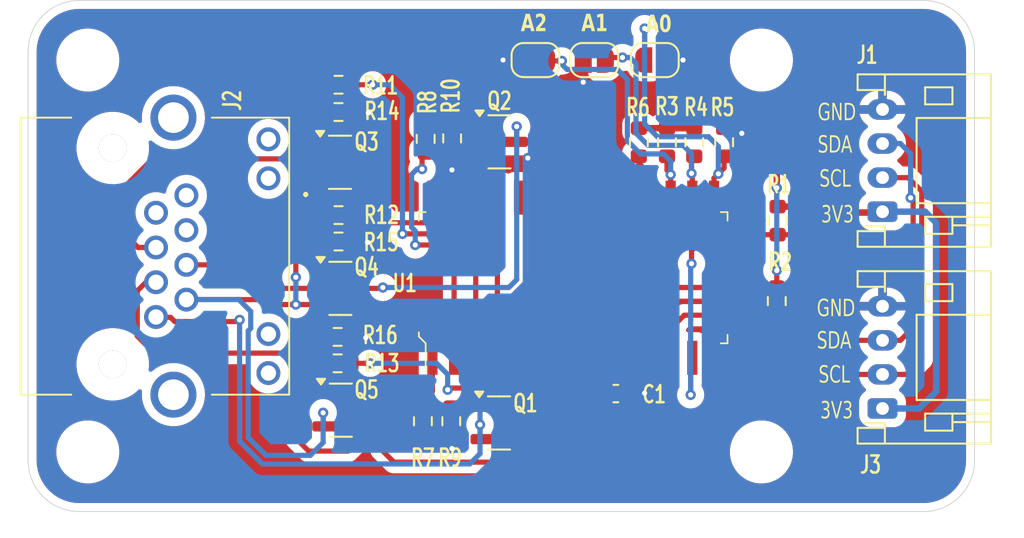
<source format=kicad_pcb>
(kicad_pcb (version 20240108) (generator "pcbnew") (generator_version "8.0")
  (layers (0 "F.Cu" signal) (31 "B.Cu" signal) (34 "B.Paste" user) (35 "F.Paste" user) (36 "B.SilkS" user "B.Silkscreen") (37 "F.SilkS" user "F.Silkscreen") (38 "B.Mask" user) (39 "F.Mask" user) (44 "Edge.Cuts" user))
  (net 0 "")
  (net 1 "GND")
  (net 2 "+3V3")
  (net 3 "/sck")
  (net 4 "/sda")
  (net 5 "/Pin5")
  (net 8 "/Pin7")
  (net 13 "/Pin8")
  (net 15 "/Pin6")
  (net 16 "/Pin4")
  (net 17 "Net-(JP1-B)")
  (net 18 "Net-(JP2-B)")
  (net 19 "Net-(JP3-B)")
  (net 20 "Net-(Q1-B)")
  (net 21 "Net-(Q2-B)")
  (net 22 "Net-(Q3-B)")
  (net 23 "Net-(Q4-B)")
  (net 24 "Net-(Q5-B)")
  (net 25 "Net-(U1-~{RESET})")
  (net 26 "/Up")
  (net 27 "/Down")
  (net 28 "/Auto")
  (net 29 "/In{slash}Out")
  (net 30 "/On{slash}Off")
  (footprint "Jumper:SolderJumper-2_P1.3mm_Open_RoundedPad1.0x1.5mm" (layer "F.Cu") (at 131.25 98 180)
    (property "Reference" "JP3" (hide yes))
    (property "Value" "Jumper_2_Open")
    (pad "1" smd custom (at -0.65 0 180) (size 1 0.5) (layers "F.Cu" "F.Mask") (net 1 "GND") (options (clearance outline) (anchor rect)) (primitives (gr_circle (center 0 0.25) (end 0.5 0.25) (width 0) (fill yes)) (gr_circle (center 0 -0.25) (end 0.5 -0.25) (width 0) (fill yes)) (gr_poly (pts (xy 0.5 0.75) (xy 0 0.75) (xy 0 -0.75) (xy 0.5 -0.75)) (width 0) (fill yes))))
    (pad "2" smd custom (at 0.65 0 180) (size 1 0.5) (layers "F.Cu" "F.Mask") (net 19 "Net-(JP3-B)") (options (clearance outline) (anchor rect)) (primitives (gr_circle (center 0 0.25) (end 0.5 0.25) (width 0) (fill yes)) (gr_circle (center 0 -0.25) (end 0.5 -0.25) (width 0) (fill yes)) (gr_poly (pts (xy 0 0.75) (xy -0.5 0.75) (xy -0.5 -0.75) (xy 0 -0.75)) (width 0) (fill yes))))
  )
  (footprint "Jumper:SolderJumper-2_P1.3mm_Open_RoundedPad1.0x1.5mm" (layer "F.Cu") (at 124.25 98)
    (property "Reference" "JP1" (hide yes))
    (property "Value" "Jumper_2_Open")
    (pad "1" smd custom (at -0.65 0) (size 1 0.5) (layers "F.Cu" "F.Mask") (net 1 "GND") (options (clearance outline) (anchor rect)) (primitives (gr_circle (center 0 0.25) (end 0.5 0.25) (width 0) (fill yes)) (gr_circle (center 0 -0.25) (end 0.5 -0.25) (width 0) (fill yes)) (gr_poly (pts (xy 0.5 0.75) (xy 0 0.75) (xy 0 -0.75) (xy 0.5 -0.75)) (width 0) (fill yes))))
    (pad "2" smd custom (at 0.65 0) (size 1 0.5) (layers "F.Cu" "F.Mask") (net 17 "Net-(JP1-B)") (options (clearance outline) (anchor rect)) (primitives (gr_circle (center 0 0.25) (end 0.5 0.25) (width 0) (fill yes)) (gr_circle (center 0 -0.25) (end 0.5 -0.25) (width 0) (fill yes)) (gr_poly (pts (xy 0 0.75) (xy -0.5 0.75) (xy -0.5 -0.75) (xy 0 -0.75)) (width 0) (fill yes))))
  )
  (footprint "Package_TO_SOT_SMD:SOT-23" (layer "F.Cu") (at 122.1125 119.3)
    (property "Reference" "Q1" (at 1.55 -1.15 0) (layer "F.SilkS") (effects (font (size 1 0.7))))
    (property "Value" "MMBT3904")
    (pad "1" smd roundrect (at -0.9375 -0.95) (size 1.475 0.6) (layers "F.Cu" "F.Paste" "F.Mask") (net 20 "Net-(Q1-B)"))
    (pad "2" smd roundrect (at -0.9375 0.95) (size 1.475 0.6) (layers "F.Cu" "F.Paste" "F.Mask") (net 13 "/Pin8"))
    (pad "3" smd roundrect (at 0.9375 0) (size 1.475 0.6) (layers "F.Cu" "F.Paste" "F.Mask") (net 15 "/Pin6"))
  )
  (footprint "Resistor_SMD:R_0603_1608Metric" (layer "F.Cu") (at 135.3125 102.825 90)
    (property "Reference" "R5" (at 2.05 -0.1 0) (layer "F.SilkS") (effects (font (size 1 0.7))))
    (property "Value" "10k")
    (pad "1" smd roundrect (at -0.825 0 90) (size 0.8 0.95) (layers "F.Cu" "F.Paste" "F.Mask") (net 19 "Net-(JP3-B)"))
    (pad "2" smd roundrect (at 0.825 0 90) (size 0.8 0.95) (layers "F.Cu" "F.Paste" "F.Mask") (net 1 "GND"))
  )
  (footprint "Resistor_SMD:R_0603_1608Metric" (layer "F.Cu") (at 112.7 99.45 180)
    (property "Reference" "R11" (at -2.475 -0.05 180) (layer "F.SilkS") (effects (font (size 1 0.7))))
    (property "Value" "1k")
    (pad "1" smd roundrect (at -0.825 0 180) (size 0.8 0.95) (layers "F.Cu" "F.Paste" "F.Mask") (net 28 "/Auto"))
    (pad "2" smd roundrect (at 0.825 0 180) (size 0.8 0.95) (layers "F.Cu" "F.Paste" "F.Mask") (net 22 "Net-(Q3-B)"))
  )
  (footprint "Jumper:SolderJumper-2_P1.3mm_Open_RoundedPad1.0x1.5mm" (layer "F.Cu") (at 127.7 98)
    (property "Reference" "JP2" (hide yes))
    (property "Value" "Jumper_2_Open")
    (pad "1" smd custom (at -0.65 0) (size 1 0.5) (layers "F.Cu" "F.Mask") (net 1 "GND") (options (clearance outline) (anchor rect)) (primitives (gr_circle (center 0 0.25) (end 0.5 0.25) (width 0) (fill yes)) (gr_circle (center 0 -0.25) (end 0.5 -0.25) (width 0) (fill yes)) (gr_poly (pts (xy 0.5 0.75) (xy 0 0.75) (xy 0 -0.75) (xy 0.5 -0.75)) (width 0) (fill yes))))
    (pad "2" smd custom (at 0.65 0) (size 1 0.5) (layers "F.Cu" "F.Mask") (net 18 "Net-(JP2-B)") (options (clearance outline) (anchor rect)) (primitives (gr_circle (center 0 0.25) (end 0.5 0.25) (width 0) (fill yes)) (gr_circle (center 0 -0.25) (end 0.5 -0.25) (width 0) (fill yes)) (gr_poly (pts (xy 0 0.75) (xy -0.5 0.75) (xy -0.5 -0.75) (xy 0 -0.75)) (width 0) (fill yes))))
  )
  (footprint "Package_TO_SOT_SMD:SOT-23" (layer "F.Cu") (at 122.1375 102.8)
    (property "Reference" "Q2" (at 0 -2.4 0) (layer "F.SilkS") (effects (font (size 1 0.7))))
    (property "Value" "MMBT3904")
    (pad "1" smd roundrect (at -0.9375 -0.95) (size 1.475 0.6) (layers "F.Cu" "F.Paste" "F.Mask") (net 21 "Net-(Q2-B)"))
    (pad "2" smd roundrect (at -0.9375 0.95) (size 1.475 0.6) (layers "F.Cu" "F.Paste" "F.Mask") (net 13 "/Pin8"))
    (pad "3" smd roundrect (at 0.9375 0) (size 1.475 0.6) (layers "F.Cu" "F.Paste" "F.Mask") (net 5 "/Pin5"))
  )
  (footprint "Connector_JST:JST_PH_S4B-PH-K_1x04_P2.00mm_Horizontal" (layer "F.Cu") (at 144.6 106.9 90)
    (property "Reference" "J1" (at 9.2 -0.9 180) (layer "F.SilkS") (effects (font (size 1 0.7))))
    (property "Value" "Conn_01x04")
    (pad "1" thru_hole roundrect (at 0 0 90) (size 1.2 1.75) (drill 0.75) (layers "*.Cu" "*.Mask") (roundrect_rratio 0.208333) (net 2 "+3V3"))
    (pad "2" thru_hole oval (at 2 0 90) (size 1.2 1.75) (drill 0.75) (layers "*.Cu" "*.Mask") (net 3 "/sck"))
    (pad "3" thru_hole oval (at 4 0 90) (size 1.2 1.75) (drill 0.75) (layers "*.Cu" "*.Mask") (net 4 "/sda"))
    (pad "4" thru_hole oval (at 6 0 90) (size 1.2 1.75) (drill 0.75) (layers "*.Cu" "*.Mask") (net 1 "GND"))
  )
  (footprint "Resistor_SMD:R_0603_1608Metric" (layer "F.Cu") (at 112.65 114.25 180)
    (property "Reference" "R16" (at -2.5 0.1 180) (layer "F.SilkS") (effects (font (size 1 0.7))))
    (property "Value" "10k")
    (pad "1" smd roundrect (at -0.825 0 180) (size 0.8 0.95) (layers "F.Cu" "F.Paste" "F.Mask") (net 1 "GND"))
    (pad "2" smd roundrect (at 0.825 0 180) (size 0.8 0.95) (layers "F.Cu" "F.Paste" "F.Mask") (net 24 "Net-(Q5-B)"))
  )
  (footprint "Package_TO_SOT_SMD:SOT-23" (layer "F.Cu") (at 112.8375 118.55)
    (property "Reference" "Q5" (at 1.5125 -1.2 0) (layer "F.SilkS") (effects (font (size 1 0.7))))
    (property "Value" "MMBT3904")
    (pad "1" smd roundrect (at -0.9375 -0.95) (size 1.475 0.6) (layers "F.Cu" "F.Paste" "F.Mask") (net 24 "Net-(Q5-B)"))
    (pad "2" smd roundrect (at -0.9375 0.95) (size 1.475 0.6) (layers "F.Cu" "F.Paste" "F.Mask") (net 8 "/Pin7"))
    (pad "3" smd roundrect (at 0.9375 0) (size 1.475 0.6) (layers "F.Cu" "F.Paste" "F.Mask") (net 15 "/Pin6"))
  )
  (footprint "MountingHole:MountingHole_3.2mm_M3" (layer "F.Cu") (at 137.5 121)
    (property "Reference" "H2" (hide yes))
    (property "Value" "MountingHole")
    (pad "" np_thru_hole circle (at 0 0) (size 3.2 3.2) (drill 3.2) (layers "*.Cu" "*.Mask"))
  )
  (footprint "MountingHole:MountingHole_3.2mm_M3" (layer "F.Cu") (at 137.5 98)
    (property "Reference" "H3" (hide yes))
    (property "Value" "MountingHole")
    (pad "" np_thru_hole circle (at 0 0) (size 3.2 3.2) (drill 3.2) (layers "*.Cu" "*.Mask"))
  )
  (footprint "Resistor_SMD:R_0603_1608Metric" (layer "F.Cu") (at 138.4 112.15 -90)
    (property "Reference" "R2" (at -2.3 -0.2 180) (layer "F.SilkS") (effects (font (size 1 0.7))))
    (property "Value" "10k")
    (pad "1" smd roundrect (at -0.825 0 270) (size 0.8 0.95) (layers "F.Cu" "F.Paste" "F.Mask") (net 2 "+3V3"))
    (pad "2" smd roundrect (at 0.825 0 270) (size 0.8 0.95) (layers "F.Cu" "F.Paste" "F.Mask") (net 3 "/sck"))
  )
  (footprint "Package_TO_SOT_SMD:SOT-23" (layer "F.Cu") (at 112.7875 104)
    (property "Reference" "Q3" (at 1.5625 -1.2 0) (layer "F.SilkS") (effects (font (size 1 0.7))))
    (property "Value" "MMBT3904")
    (pad "1" smd roundrect (at -0.9375 -0.95) (size 1.475 0.6) (layers "F.Cu" "F.Paste" "F.Mask") (net 22 "Net-(Q3-B)"))
    (pad "2" smd roundrect (at -0.9375 0.95) (size 1.475 0.6) (layers "F.Cu" "F.Paste" "F.Mask") (net 8 "/Pin7"))
    (pad "3" smd roundrect (at 0.9375 0) (size 1.475 0.6) (layers "F.Cu" "F.Paste" "F.Mask") (net 16 "/Pin4"))
  )
  (footprint "greencharge-footprints:RJ45B*1*1" (layer "F.Cu") (at 103.78 105.94 -90)
    (property "Reference" "J2" (at -5.57 -2.69 90) (layer "F.SilkS") (effects (font (size 1 0.7))))
    (property "Value" "RJ45_LED" (hide yes))
    (pad "1" thru_hole circle (at 0 0) (size 1.4 1.4) (drill 0.9) (layers "*.Cu" "*.Mask"))
    (pad "2" thru_hole circle (at 1.02 1.78) (size 1.4 1.4) (drill 0.9) (layers "*.Cu" "*.Mask"))
    (pad "3" thru_hole circle (at 2.04 0) (size 1.4 1.4) (drill 0.9) (layers "*.Cu" "*.Mask"))
    (pad "4" thru_hole circle (at 3.06 1.78) (size 1.4 1.4) (drill 0.9) (layers "*.Cu" "*.Mask") (net 16 "/Pin4"))
    (pad "5" thru_hole circle (at 4.08 0) (size 1.4 1.4) (drill 0.9) (layers "*.Cu" "*.Mask") (net 5 "/Pin5"))
    (pad "6" thru_hole circle (at 5.1 1.78) (size 1.4 1.4) (drill 0.9) (layers "*.Cu" "*.Mask") (net 15 "/Pin6"))
    (pad "7" thru_hole circle (at 6.12 0) (size 1.4 1.4) (drill 0.9) (layers "*.Cu" "*.Mask") (net 8 "/Pin7"))
    (pad "8" thru_hole circle (at 7.14 1.78) (size 1.4 1.4) (drill 0.9) (layers "*.Cu" "*.Mask") (net 13 "/Pin8"))
    (pad "9" thru_hole circle (at -3.29 -4.81) (size 1.4 1.4) (drill 0.9) (layers "*.Cu" "*.Mask"))
    (pad "10" thru_hole circle (at -1 -4.81) (size 1.4 1.4) (drill 0.9) (layers "*.Cu" "*.Mask"))
    (pad "11" thru_hole circle (at 8.14 -4.81) (size 1.4 1.4) (drill 0.9) (layers "*.Cu" "*.Mask"))
    (pad "12" thru_hole circle (at 10.43 -4.81) (size 1.4 1.4) (drill 0.9) (layers "*.Cu" "*.Mask"))
    (pad "MH3" thru_hole circle (at -2.78 4.32) (size 1.625 1.625) (drill 3.25) (layers "*.Cu" "*.Mask" "F.SilkS"))
    (pad "MH4" thru_hole circle (at 9.92 4.32) (size 1.625 1.625) (drill 3.25) (layers "*.Cu" "*.Mask" "F.SilkS"))
    (pad "SH" thru_hole circle (at -4.56 0.76) (size 2.7 2.7) (drill 1.8) (layers "*.Cu" "*.Mask"))
    (pad "SH" thru_hole circle (at 11.7 0.76) (size 2.7 2.7) (drill 1.8) (layers "*.Cu" "*.Mask"))
  )
  (footprint "Resistor_SMD:R_0603_1608Metric" (layer "F.Cu") (at 117.65 119.2 -90)
    (property "Reference" "R7" (at 2.149999 -0.000001 180) (layer "F.SilkS") (effects (font (size 1 0.7))))
    (property "Value" "1k")
    (pad "1" smd roundrect (at -0.825 0 270) (size 0.8 0.95) (layers "F.Cu" "F.Paste" "F.Mask") (net 26 "/Up"))
    (pad "2" smd roundrect (at 0.825 0 270) (size 0.8 0.95) (layers "F.Cu" "F.Paste" "F.Mask") (net 20 "Net-(Q1-B)"))
  )
  (footprint "Resistor_SMD:R_0603_1608Metric" (layer "F.Cu") (at 112.7 108.65 180)
    (property "Reference" "R15" (at -2.5 -0.05 180) (layer "F.SilkS") (effects (font (size 1 0.7))))
    (property "Value" "10k")
    (pad "1" smd roundrect (at -0.825 0 180) (size 0.8 0.95) (layers "F.Cu" "F.Paste" "F.Mask") (net 1 "GND"))
    (pad "2" smd roundrect (at 0.825 0 180) (size 0.8 0.95) (layers "F.Cu" "F.Paste" "F.Mask") (net 23 "Net-(Q4-B)"))
  )
  (footprint "Resistor_SMD:R_0603_1608Metric" (layer "F.Cu") (at 119.3625 102.6 90)
    (property "Reference" "R10" (at 2.5 -0.075 -90) (layer "F.SilkS") (effects (font (size 1 0.7))))
    (property "Value" "10k")
    (pad "1" smd roundrect (at -0.825 0 90) (size 0.8 0.95) (layers "F.Cu" "F.Paste" "F.Mask") (net 1 "GND"))
    (pad "2" smd roundrect (at 0.825 0 90) (size 0.8 0.95) (layers "F.Cu" "F.Paste" "F.Mask") (net 21 "Net-(Q2-B)"))
  )
  (footprint "Resistor_SMD:R_0603_1608Metric" (layer "F.Cu") (at 138.45 107.425 -90)
    (property "Reference" "R1" (at -2.125001 -0.075001 180) (layer "F.SilkS") (effects (font (size 1 0.7))))
    (property "Value" "10k")
    (pad "1" smd roundrect (at -0.825 0 270) (size 0.8 0.95) (layers "F.Cu" "F.Paste" "F.Mask") (net 2 "+3V3"))
    (pad "2" smd roundrect (at 0.825 0 270) (size 0.8 0.95) (layers "F.Cu" "F.Paste" "F.Mask") (net 4 "/sda"))
  )
  (footprint "Resistor_SMD:R_0603_1608Metric" (layer "F.Cu") (at 131.9625 102.825 -90)
    (property "Reference" "R3" (at -2.1 0 180) (layer "F.SilkS") (effects (font (size 1 0.7))))
    (property "Value" "10k")
    (pad "1" smd roundrect (at -0.825 0 270) (size 0.8 0.95) (layers "F.Cu" "F.Paste" "F.Mask") (net 2 "+3V3"))
    (pad "2" smd roundrect (at 0.825 0 270) (size 0.8 0.95) (layers "F.Cu" "F.Paste" "F.Mask") (net 17 "Net-(JP1-B)"))
  )
  (footprint "Resistor_SMD:R_0603_1608Metric" (layer "F.Cu") (at 112.65 115.8 180)
    (property "Reference" "R13" (at -2.6 0 180) (layer "F.SilkS") (effects (font (size 1 0.7))))
    (property "Value" "1k")
    (pad "1" smd roundrect (at -0.825 0 180) (size 0.8 0.95) (layers "F.Cu" "F.Paste" "F.Mask") (net 30 "/On{slash}Off"))
    (pad "2" smd roundrect (at 0.825 0 180) (size 0.8 0.95) (layers "F.Cu" "F.Paste" "F.Mask") (net 24 "Net-(Q5-B)"))
  )
  (footprint "MountingHole:MountingHole_3.2mm_M3" (layer "F.Cu") (at 98 121)
    (property "Reference" "H4" (hide yes))
    (property "Value" "MountingHole")
    (pad "" np_thru_hole circle (at 0 0) (size 3.2 3.2) (drill 3.2) (layers "*.Cu" "*.Mask"))
  )
  (footprint "Resistor_SMD:R_0603_1608Metric" (layer "F.Cu") (at 117.8125 102.625 90)
    (property "Reference" "R8" (at 2.15 0.1 -90) (layer "F.SilkS") (effects (font (size 1 0.7))))
    (property "Value" "1k")
    (pad "1" smd roundrect (at -0.825 0 90) (size 0.8 0.95) (layers "F.Cu" "F.Paste" "F.Mask") (net 27 "/Down"))
    (pad "2" smd roundrect (at 0.825 0 90) (size 0.8 0.95) (layers "F.Cu" "F.Paste" "F.Mask") (net 21 "Net-(Q2-B)"))
  )
  (footprint "Connector_JST:JST_PH_S4B-PH-K_1x04_P2.00mm_Horizontal" (layer "F.Cu") (at 144.6 118.45 90)
    (property "Reference" "J3" (at -3.3 -0.7 0) (layer "F.SilkS") (effects (font (size 1 0.7))))
    (property "Value" "Conn_01x04")
    (pad "1" thru_hole roundrect (at 0 0 90) (size 1.2 1.75) (drill 0.75) (layers "*.Cu" "*.Mask") (roundrect_rratio 0.208333) (net 2 "+3V3"))
    (pad "2" thru_hole oval (at 2 0 90) (size 1.2 1.75) (drill 0.75) (layers "*.Cu" "*.Mask") (net 3 "/sck"))
    (pad "3" thru_hole oval (at 4 0 90) (size 1.2 1.75) (drill 0.75) (layers "*.Cu" "*.Mask") (net 4 "/sda"))
    (pad "4" thru_hole oval (at 6 0 90) (size 1.2 1.75) (drill 0.75) (layers "*.Cu" "*.Mask") (net 1 "GND"))
  )
  (footprint "Resistor_SMD:R_0603_1608Metric" (layer "F.Cu") (at 112.7 101.05 180)
    (property "Reference" "R14" (at -2.55 0.05 180) (layer "F.SilkS") (effects (font (size 1 0.7))))
    (property "Value" "10k")
    (pad "1" smd roundrect (at -0.825 0 180) (size 0.8 0.95) (layers "F.Cu" "F.Paste" "F.Mask") (net 1 "GND"))
    (pad "2" smd roundrect (at 0.825 0 180) (size 0.8 0.95) (layers "F.Cu" "F.Paste" "F.Mask") (net 22 "Net-(Q3-B)"))
  )
  (footprint "greencharge-footprints:SOIC-28_W7.5mm" (layer "F.Cu") (at 126.4625 110.775 90)
    (property "Reference" "U1" (at -0.325 -9.875 0) (layer "F.SilkS") (effects (font (size 1 0.7))))
    (property "Value" "MCP23017-E_SO")
    (pad "1" smd rect (at -4.7 -8.255 90) (size 2 0.6) (layers "F.Cu" "F.Paste" "F.Mask") (net 26 "/Up"))
    (pad "2" smd rect (at -4.7 -6.985 90) (size 2 0.6) (layers "F.Cu" "F.Paste" "F.Mask") (net 27 "/Down"))
    (pad "3" smd rect (at -4.7 -5.715 90) (size 2 0.6) (layers "F.Cu" "F.Paste" "F.Mask") (net 28 "/Auto"))
    (pad "4" smd rect (at -4.7 -4.445 90) (size 2 0.6) (layers "F.Cu" "F.Paste" "F.Mask") (net 29 "/In{slash}Out"))
    (pad "5" smd rect (at -4.7 -3.175 90) (size 2 0.6) (layers "F.Cu" "F.Paste" "F.Mask") (net 30 "/On{slash}Off"))
    (pad "6" smd rect (at -4.7 -1.905 90) (size 2 0.6) (layers "F.Cu" "F.Paste" "F.Mask"))
    (pad "7" smd rect (at -4.7 -0.635 90) (size 2 0.6) (layers "F.Cu" "F.Paste" "F.Mask"))
    (pad "8" smd rect (at -4.7 0.635 90) (size 2 0.6) (layers "F.Cu" "F.Paste" "F.Mask"))
    (pad "9" smd rect (at -4.7 1.905 90) (size 2 0.6) (layers "F.Cu" "F.Paste" "F.Mask") (net 2 "+3V3"))
    (pad "10" smd rect (at -4.7 3.175 90) (size 2 0.6) (layers "F.Cu" "F.Paste" "F.Mask") (net 1 "GND"))
    (pad "11" smd rect (at -4.7 4.445 90) (size 2 0.6) (layers "F.Cu" "F.Paste" "F.Mask"))
    (pad "12" smd rect (at -4.7 5.715 90) (size 2 0.6) (layers "F.Cu" "F.Paste" "F.Mask") (net 3 "/sck"))
    (pad "13" smd rect (at -4.7 6.985 90) (size 2 0.6) (layers "F.Cu" "F.Paste" "F.Mask") (net 4 "/sda"))
    (pad "14" smd rect (at -4.7 8.255 90) (size 2 0.6) (layers "F.Cu" "F.Paste" "F.Mask"))
    (pad "15" smd rect (at 4.7 8.255 90) (size 2 0.6) (layers "F.Cu" "F.Paste" "F.Mask") (net 19 "Net-(JP3-B)"))
    (pad "16" smd rect (at 4.7 6.985 90) (size 2 0.6) (layers "F.Cu" "F.Paste" "F.Mask") (net 18 "Net-(JP2-B)"))
    (pad "17" smd rect (at 4.7 5.715 90) (size 2 0.6) (layers "F.Cu" "F.Paste" "F.Mask") (net 17 "Net-(JP1-B)"))
    (pad "18" smd rect (at 4.7 4.445 90) (size 2 0.6) (layers "F.Cu" "F.Paste" "F.Mask") (net 25 "Net-(U1-~{RESET})"))
    (pad "19" smd rect (at 4.7 3.175 90) (size 2 0.6) (layers "F.Cu" "F.Paste" "F.Mask"))
    (pad "20" smd rect (at 4.7 1.905 90) (size 2 0.6) (layers "F.Cu" "F.Paste" "F.Mask"))
    (pad "21" smd rect (at 4.7 0.635 90) (size 2 0.6) (layers "F.Cu" "F.Paste" "F.Mask"))
    (pad "22" smd rect (at 4.7 -0.635 90) (size 2 0.6) (layers "F.Cu" "F.Paste" "F.Mask"))
    (pad "23" smd rect (at 4.7 -1.905 90) (size 2 0.6) (layers "F.Cu" "F.Paste" "F.Mask"))
    (pad "24" smd rect (at 4.7 -3.175 90) (size 2 0.6) (layers "F.Cu" "F.Paste" "F.Mask"))
    (pad "25" smd rect (at 4.7 -4.445 90) (size 2 0.6) (layers "F.Cu" "F.Paste" "F.Mask"))
    (pad "26" smd rect (at 4.7 -5.715 90) (size 2 0.6) (layers "F.Cu" "F.Paste" "F.Mask"))
    (pad "27" smd rect (at 4.7 -6.985 90) (size 2 0.6) (layers "F.Cu" "F.Paste" "F.Mask"))
    (pad "28" smd rect (at 4.7 -8.255 90) (size 2 0.6) (layers "F.Cu" "F.Paste" "F.Mask"))
  )
  (footprint "MountingHole:MountingHole_3.2mm_M3" (layer "F.Cu") (at 98 98)
    (property "Reference" "H1" (hide yes))
    (property "Value" "MountingHole")
    (pad "" np_thru_hole circle (at 0 0) (size 3.2 3.2) (drill 3.2) (layers "*.Cu" "*.Mask"))
  )
  (footprint "Resistor_SMD:R_0603_1608Metric" (layer "F.Cu") (at 130.3125 102.825 -90)
    (property "Reference" "R6" (at -2.05 0.049999 180) (layer "F.SilkS") (effects (font (size 1 0.7))))
    (property "Value" "10k")
    (pad "1" smd roundrect (at -0.825 0 270) (size 0.8 0.95) (layers "F.Cu" "F.Paste" "F.Mask") (net 2 "+3V3"))
    (pad "2" smd roundrect (at 0.825 0 270) (size 0.8 0.95) (layers "F.Cu" "F.Paste" "F.Mask") (net 25 "Net-(U1-~{RESET})"))
  )
  (footprint "Resistor_SMD:R_0603_1608Metric" (layer "F.Cu") (at 112.7 107.1 180)
    (property "Reference" "R12" (at -2.525 0 180) (layer "F.SilkS") (effects (font (size 1 0.7))))
    (property "Value" "1k")
    (pad "1" smd roundrect (at -0.825 0 180) (size 0.8 0.95) (layers "F.Cu" "F.Paste" "F.Mask") (net 29 "/In{slash}Out"))
    (pad "2" smd roundrect (at 0.825 0 180) (size 0.8 0.95) (layers "F.Cu" "F.Paste" "F.Mask") (net 23 "Net-(Q4-B)"))
  )
  (footprint "Package_TO_SOT_SMD:SOT-23" (layer "F.Cu") (at 112.8125 111.4)
    (property "Reference" "Q4" (at 1.5375 -1.25 0) (layer "F.SilkS") (effects (font (size 1 0.7))))
    (property "Value" "MMBT3904")
    (pad "1" smd roundrect (at -0.9375 -0.95) (size 1.475 0.6) (layers "F.Cu" "F.Paste" "F.Mask") (net 23 "Net-(Q4-B)"))
    (pad "2" smd roundrect (at -0.9375 0.95) (size 1.475 0.6) (layers "F.Cu" "F.Paste" "F.Mask") (net 8 "/Pin7"))
    (pad "3" smd roundrect (at 0.9375 0) (size 1.475 0.6) (layers "F.Cu" "F.Paste" "F.Mask") (net 5 "/Pin5"))
  )
  (footprint "Resistor_SMD:R_0603_1608Metric" (layer "F.Cu") (at 133.5625 102.825 -90)
    (property "Reference" "R4" (at -2.05 -0.1 180) (layer "F.SilkS") (effects (font (size 1 0.7))))
    (property "Value" "10k")
    (pad "1" smd roundrect (at -0.825 0 270) (size 0.8 0.95) (layers "F.Cu" "F.Paste" "F.Mask") (net 2 "+3V3"))
    (pad "2" smd roundrect (at 0.825 0 270) (size 0.8 0.95) (layers "F.Cu" "F.Paste" "F.Mask") (net 18 "Net-(JP2-B)"))
  )
  (footprint "Resistor_SMD:R_0603_1608Metric" (layer "F.Cu") (at 119.3125 119.2 90)
    (property "Reference" "R9" (at -2.15 -0.075 0) (layer "F.SilkS") (effects (font (size 1 0.7))))
    (property "Value" "10k")
    (pad "1" smd roundrect (at -0.825 0 90) (size 0.8 0.95) (layers "F.Cu" "F.Paste" "F.Mask") (net 1 "GND"))
    (pad "2" smd roundrect (at 0.825 0 90) (size 0.8 0.95) (layers "F.Cu" "F.Paste" "F.Mask") (net 20 "Net-(Q1-B)"))
  )
  (footprint "Capacitor_SMD:C_0603_1608Metric" (layer "F.Cu") (at 128.9625 117.575)
    (property "Reference" "C1" (at 2.25 0.05 0) (layer "F.SilkS") (effects (font (size 1 0.7))))
    (property "Value" "0.1u")
    (pad "1" smd roundrect (at -0.775 0) (size 0.9 0.95) (layers "F.Cu" "F.Paste" "F.Mask") (net 2 "+3V3"))
    (pad "2" smd roundrect (at 0.775 0) (size 0.9 0.95) (layers "F.Cu" "F.Paste" "F.Mask") (net 1 "GND"))
  )
  (gr_arc (start 97.5 124.500002) (mid 95.37868 123.621322) (end 94.5 121.500002) (stroke (width 0.05)) (layer "Edge.Cuts"))
  (gr_line (start 147.000002 124.500002) (end 97.5 124.500002) (stroke (width 0.05)) (layer "Edge.Cuts"))
  (gr_line (start 94.5 121.500002) (end 94.5 97.5) (stroke (width 0.05)) (layer "Edge.Cuts"))
  (gr_arc (start 150.000002 121.500002) (mid 149.121322 123.621322) (end 147.000002 124.500002) (stroke (width 0.05)) (layer "Edge.Cuts"))
  (gr_arc (start 94.5 97.5) (mid 95.37868 95.37868) (end 97.5 94.5) (stroke (width 0.05)) (layer "Edge.Cuts"))
  (gr_arc (start 147.000002 94.5) (mid 149.121322 95.37868) (end 150.000002 97.5) (stroke (width 0.05)) (layer "Edge.Cuts"))
  (gr_line (start 97.5 94.5) (end 147.000002 94.5) (stroke (width 0.05)) (layer "Edge.Cuts"))
  (gr_line (start 150.000002 97.5) (end 150.000002 121.500002) (stroke (width 0.05)) (layer "Edge.Cuts"))
  (gr_text "SCL" (at 140.9 105.6 0) (layer "F.SilkS") (effects (font (size 1 0.7) (thickness 0.0875)) (justify left bottom)))
  (gr_text "GND" (at 140.8 101.7 0) (layer "F.SilkS") (effects (font (size 1 0.7) (thickness 0.09375)) (justify left bottom)))
  (gr_text "A1" (at 126.9375 96.475 0) (layer "F.SilkS") (effects (font (size 1 0.75) (thickness 0.15) (bold yes)) (justify left bottom)))
  (gr_text "A0" (at 130.6875 96.525 0) (layer "F.SilkS") (effects (font (size 1 0.75) (thickness 0.15) (bold yes)) (justify left bottom)))
  (gr_text "SDA" (at 140.75 115.1 0) (layer "F.SilkS") (effects (font (size 1 0.7) (thickness 0.0875)) (justify left bottom)))
  (gr_text "3V3" (at 140.95 119.2 0) (layer "F.SilkS") (effects (font (size 1 0.7) (thickness 0.09375)) (justify left bottom)))
  (gr_text "GND" (at 140.75 113.2 0) (layer "F.SilkS") (effects (font (size 1 0.7) (thickness 0.09375)) (justify left bottom)))
  (gr_text "SCL" (at 140.85 117.1 0) (layer "F.SilkS") (effects (font (size 1 0.7) (thickness 0.0875)) (justify left bottom)))
  (gr_text "A2\n" (at 123.3875 96.475 0) (layer "F.SilkS") (effects (font (size 1 0.75) (thickness 0.15) (bold yes)) (justify left bottom)))
  (gr_text "SDA" (at 140.8 103.6 0) (layer "F.SilkS") (effects (font (size 1 0.7) (thickness 0.0875)) (justify left bottom)))
  (gr_text "3V3" (at 141 107.7 0) (layer "F.SilkS") (effects (font (size 1 0.7) (thickness 0.09375)) (justify left bottom)))
  (segment (start 129.6 116.85) (end 129.6375 116.8125) (width 0.3048) (layer "F.Cu") (net 1))
  (segment (start 136.05 102) (end 136.35 102.3) (width 0.3048) (layer "F.Cu") (net 1))
  (segment (start 130.625 117.575) (end 130.65 117.55) (width 0.3048) (layer "F.Cu") (net 1))
  (segment (start 113.475 114.25) (end 114.25 114.25) (width 0.3048) (layer "F.Cu") (net 1))
  (segment (start 131.9 98) (end 132.9 98) (width 0.3048) (layer "F.Cu") (net 1))
  (segment (start 119.3625 103.425) (end 119.3625 104.4375) (width 0.3048) (layer "F.Cu") (net 1))
  (segment (start 119.3125 120.7625) (end 119.35 120.8) (width 0.3048) (layer "F.Cu") (net 1))
  (segment (start 113.525 108.65) (end 114.35 108.65) (width 0.3048) (layer "F.Cu") (net 1))
  (segment (start 119.3125 120.025) (end 119.3125 120.7625) (width 0.3048) (layer "F.Cu") (net 1))
  (segment (start 135.3125 102) (end 136.05 102) (width 0.3048) (layer "F.Cu") (net 1))
  (segment (start 113.525 101.05) (end 114.4 101.05) (width 0.3048) (layer "F.Cu") (net 1))
  (segment (start 127.05 98) (end 127.05 99.3) (width 0.3048) (layer "F.Cu") (net 1))
  (segment (start 114.35 108.65) (end 114.4 108.7) (width 0.3048) (layer "F.Cu") (net 1))
  (segment (start 129.7375 117.575) (end 130.625 117.575) (width 0.3048) (layer "F.Cu") (net 1))
  (segment (start 114.4 101.05) (end 114.45 101.1) (width 0.3048) (layer "F.Cu") (net 1))
  (segment (start 129.7375 117.575) (end 129.7375 116.9875) (width 0.3048) (layer "F.Cu") (net 1))
  (segment (start 119.3625 104.4375) (end 119.35 104.45) (width 0.3048) (layer "F.Cu") (net 1))
  (segment (start 129.6375 116.8125) (end 129.6375 115.475) (width 0.3048) (layer "F.Cu") (net 1))
  (segment (start 129.7375 116.9875) (end 129.6 116.85) (width 0.3048) (layer "F.Cu") (net 1))
  (segment (start 114.25 114.25) (end 114.3 114.3) (width 0.3048) (layer "F.Cu") (net 1))
  (segment (start 123.6 98) (end 122.35 98) (width 0.3048) (layer "F.Cu") (net 1))
  (via (at 119.35 120.8) (size 0.6) (drill 0.3) (layers "F.Cu" "B.Cu") (net 1))
  (via (at 119.35 104.45) (size 0.6) (drill 0.3) (layers "F.Cu" "B.Cu") (net 1))
  (via (at 130.65 117.55) (size 0.6) (drill 0.3) (layers "F.Cu" "B.Cu") (net 1))
  (via (at 127.05 99.3) (size 0.6) (drill 0.3) (layers "F.Cu" "B.Cu") (net 1))
  (via (at 114.4 108.7) (size 0.6) (drill 0.3) (layers "F.Cu" "B.Cu") (net 1))
  (via (at 122.35 98) (size 0.6) (drill 0.3) (layers "F.Cu" "B.Cu") (net 1))
  (via (at 136.35 102.3) (size 0.6) (drill 0.3) (layers "F.Cu" "B.Cu") (net 1))
  (via (at 114.45 101.1) (size 0.6) (drill 0.3) (layers "F.Cu" "B.Cu") (net 1))
  (via (at 114.3 114.3) (size 0.6) (drill 0.3) (layers "F.Cu" "B.Cu") (net 1))
  (via (at 132.9 98) (size 0.6) (drill 0.3) (layers "F.Cu" "B.Cu") (net 1))
  (segment (start 138.4 111.325) (end 138.4 110.35) (width 0.3048) (layer "F.Cu") (net 2))
  (segment (start 138.4 106.55) (end 138.45 106.6) (width 0.3048) (layer "F.Cu") (net 2))
  (segment (start 133.5625 102) (end 133.5625 101.4375) (width 0.381) (layer "F.Cu") (net 2))
  (segment (start 144.55 106.95) (end 144.6 106.9) (width 0.381) (layer "F.Cu") (net 2))
  (segment (start 137.4 100.8) (end 138.4 101.8) (width 0.381) (layer "F.Cu") (net 2))
  (segment (start 133.5625 101.4375) (end 134.2 100.8) (width 0.381) (layer "F.Cu") (net 2))
  (segment (start 138.4 105.5) (end 138.4 106.55) (width 0.3048) (layer "F.Cu") (net 2))
  (segment (start 128.1875 116.8125) (end 128.1875 117.575) (width 0.3048) (layer "F.Cu") (net 2))
  (segment (start 128.3675 115.475) (end 128.3675 116.6325) (width 0.3048) (layer "F.Cu") (net 2))
  (segment (start 128.3675 116.6325) (end 128.1875 116.8125) (width 0.3048) (layer "F.Cu") (net 2))
  (segment (start 138.4 101.8) (end 138.4 105.5) (width 0.381) (layer "F.Cu") (net 2))
  (segment (start 138.4 111.325) (end 138.375 111.35) (width 0.3048) (layer "F.Cu") (net 2))
  (segment (start 133.5625 102) (end 130.3125 102) (width 0.381) (layer "F.Cu") (net 2))
  (segment (start 128.3675 113.0325) (end 128.3675 115.475) (width 0.3048) (layer "F.Cu") (net 2))
  (segment (start 134.2 100.8) (end 137.4 100.8) (width 0.381) (layer "F.Cu") (net 2))
  (segment (start 141.2 106.6) (end 141.55 106.95) (width 0.381) (layer "F.Cu") (net 2))
  (segment (start 130.05 111.35) (end 128.3675 113.0325) (width 0.3048) (layer "F.Cu") (net 2))
  (segment (start 138.375 111.35) (end 130.05 111.35) (width 0.3048) (layer "F.Cu") (net 2))
  (segment (start 138.45 106.6) (end 141.2 106.6) (width 0.381) (layer "F.Cu") (net 2))
  (segment (start 141.55 106.95) (end 144.55 106.95) (width 0.381) (layer "F.Cu") (net 2))
  (via (at 138.4 105.5) (size 0.6) (drill 0.3) (layers "F.Cu" "B.Cu") (net 2))
  (via (at 138.4 110.35) (size 0.6) (drill 0.3) (layers "F.Cu" "B.Cu") (net 2))
  (segment (start 138.4 110.35) (end 138.4 105.5) (width 0.3048) (layer "B.Cu") (net 2))
  (segment (start 147.75 107.55) (end 147.1 106.9) (width 0.381) (layer "B.Cu") (net 2))
  (segment (start 147.1 106.9) (end 144.6 106.9) (width 0.381) (layer "B.Cu") (net 2))
  (segment (start 144.6 118.45) (end 146.75 118.45) (width 0.381) (layer "B.Cu") (net 2))
  (segment (start 146.75 118.45) (end 147.75 117.45) (width 0.381) (layer "B.Cu") (net 2))
  (segment (start 147.75 117.45) (end 147.75 107.55) (width 0.381) (layer "B.Cu") (net 2))
  (segment (start 144.6 116.45) (end 146 116.45) (width 0.3048) (layer "F.Cu") (net 3))
  (segment (start 146.9 115.55) (end 146.9 105.7) (width 0.3048) (layer "F.Cu") (net 3))
  (segment (start 132.1775 113.7725) (end 132.975 112.975) (width 0.3048) (layer "F.Cu") (net 3))
  (segment (start 139.35 116.45) (end 144.6 116.45) (width 0.3048) (layer "F.Cu") (net 3))
  (segment (start 132.1775 115.475) (end 132.1775 113.7725) (width 0.3048) (layer "F.Cu") (net 3))
  (segment (start 138.4 112.975) (end 138.4 115.5) (width 0.3048) (layer "F.Cu") (net 3))
  (segment (start 146.1 104.9) (end 144.6 104.9) (width 0.3048) (layer "F.Cu") (net 3))
  (segment (start 138.4 115.5) (end 139.35 116.45) (width 0.3048) (layer "F.Cu") (net 3))
  (segment (start 146.9 105.7) (end 146.1 104.9) (width 0.3048) (layer "F.Cu") (net 3))
  (segment (start 132.975 112.975) (end 138.4 112.975) (width 0.3048) (layer "F.Cu") (net 3))
  (segment (start 146 116.45) (end 146.9 115.55) (width 0.3048) (layer "F.Cu") (net 3))
  (segment (start 146.3952 106.233917) (end 146.3952 113.7048) (width 0.3048) (layer "F.Cu") (net 4))
  (segment (start 140.7 114.45) (end 144.6 114.45) (width 0.3048) (layer "F.Cu") (net 4))
  (segment (start 138.45 108.25) (end 139.4 108.25) (width 0.3048) (layer "F.Cu") (net 4))
  (segment (start 139.85 108.7) (end 139.85 113.6) (width 0.3048) (layer "F.Cu") (net 4))
  (segment (start 145.65 114.45) (end 144.6 114.45) (width 0.3048) (layer "F.Cu") (net 4))
  (segment (start 133.4 109.2) (end 134.35 108.25) (width 0.3048) (layer "F.Cu") (net 4))
  (segment (start 133.35 115.5725) (end 133.4475 115.475) (width 0.3048) (layer "F.Cu") (net 4))
  (segment (start 146.3952 113.7048) (end 145.65 114.45) (width 0.3048) (layer "F.Cu") (net 4))
  (segment (start 139.85 113.6) (end 140.7 114.45) (width 0.3048) (layer "F.Cu") (net 4))
  (segment (start 134.35 108.25) (end 138.45 108.25) (width 0.3048) (layer "F.Cu") (net 4))
  (segment (start 139.4 108.25) (end 139.85 108.7) (width 0.3048) (layer "F.Cu") (net 4))
  (segment (start 146.2476 106.086317) (end 146.3952 106.233917) (width 0.3048) (layer "F.Cu") (net 4))
  (segment (start 133.4 109.95) (end 133.4 109.2) (width 0.3048) (layer "F.Cu") (net 4))
  (segment (start 133.35 117.65) (end 133.35 115.5725) (width 0.3048) (layer "F.Cu") (net 4))
  (via (at 133.4 109.95) (size 0.6) (drill 0.3) (layers "F.Cu" "B.Cu") (net 4))
  (via (at 146.2476 106.086317) (size 0.6) (drill 0.3) (layers "F.Cu" "B.Cu") (net 4))
  (via (at 133.35 117.65) (size 0.6) (drill 0.3) (layers "F.Cu" "B.Cu") (net 4))
  (segment (start 145.65 102.9) (end 144.6 102.9) (width 0.3048) (layer "B.Cu") (net 4))
  (segment (start 146.2476 103.4976) (end 145.65 102.9) (width 0.3048) (layer "B.Cu") (net 4))
  (segment (start 133.35 110) (end 133.35 117.65) (width 0.3048) (layer "B.Cu") (net 4))
  (segment (start 133.4 109.95) (end 133.35 110) (width 0.3048) (layer "B.Cu") (net 4))
  (segment (start 146.2476 106.086317) (end 146.2476 103.4976) (width 0.3048) (layer "B.Cu") (net 4))
  (segment (start 123.15 101.9) (end 123.15 102.725) (width 0.3048) (layer "F.Cu") (net 5))
  (segment (start 108.3 111.4) (end 113.75 111.4) (width 0.3048) (layer "F.Cu") (net 5))
  (segment (start 103.78 110.02) (end 106.92 110.02) (width 0.3048) (layer "F.Cu") (net 5))
  (segment (start 106.92 110.02) (end 108.3 111.4) (width 0.3048) (layer "F.Cu") (net 5))
  (segment (start 113.75 111.4) (end 115.25 111.4) (width 0.3048) (layer "F.Cu") (net 5))
  (segment (start 115.25 111.4) (end 115.3 111.35) (width 0.3048) (layer "F.Cu") (net 5))
  (segment (start 123.15 102.725) (end 123.075 102.8) (width 0.3048) (layer "F.Cu") (net 5))
  (via (at 123.15 101.9) (size 0.6) (drill 0.3) (layers "F.Cu" "B.Cu") (net 5))
  (via (at 115.3 111.35) (size 0.6) (drill 0.3) (layers "F.Cu" "B.Cu") (net 5))
  (segment (start 123.15 110.886104) (end 123.15 101.9) (width 0.3048) (layer "B.Cu") (net 5))
  (segment (start 122.686104 111.35) (end 123.15 110.886104) (width 0.3048) (layer "B.Cu") (net 5))
  (segment (start 115.3 111.35) (end 122.686104 111.35) (width 0.3048) (layer "B.Cu") (net 5))
  (segment (start 103.78 112.06) (end 108.71 112.06) (width 0.3048) (layer "F.Cu") (net 8))
  (segment (start 111.85 104.95) (end 110.7 104.95) (width 0.3048) (layer "F.Cu") (net 8))
  (segment (start 110.7 104.95) (end 110.45 105.2) (width 0.3048) (layer "F.Cu") (net 8))
  (segment (start 110.2 105.45) (end 110.2 110.7476) (width 0.3048) (layer "F.Cu") (net 8))
  (segment (start 111.8 119.4) (end 111.9 119.5) (width 0.3048) (layer "F.Cu") (net 8))
  (segment (start 109 112.35) (end 110.2 112.35) (width 0.3048) (layer "F.Cu") (net 8))
  (segment (start 108.71 112.06) (end 109 112.35) (width 0.3048) (layer "F.Cu") (net 8))
  (segment (start 111.8 118.7) (end 111.8 119.4) (width 0.3048) (layer "F.Cu") (net 8))
  (segment (start 110.2 112.35) (end 111.875 112.35) (width 0.3048) (layer "F.Cu") (net 8))
  (segment (start 110.45 105.2) (end 110.2 105.45) (width 0.3048) (layer "F.Cu") (net 8))
  (via (at 110.2 112.35) (size 0.6) (drill 0.3) (layers "F.Cu" "B.Cu") (net 8))
  (via (at 110.2 110.7476) (size 0.6) (drill 0.3) (layers "F.Cu" "B.Cu") (net 8))
  (via (at 111.8 118.7) (size 0.6) (drill 0.3) (layers "F.Cu" "B.Cu") (net 8))
  (segment (start 103.78 112.06) (end 106.86 112.06) (width 0.3048) (layer "B.Cu") (net 8))
  (segment (start 111.8 120.45) (end 111.8 118.7) (width 0.3048) (layer "B.Cu") (net 8))
  (segment (start 111.05 121.2) (end 111.8 120.45) (width 0.3048) (layer "B.Cu") (net 8))
  (segment (start 106.86 112.06) (end 107.5524 112.7524) (width 0.3048) (layer "B.Cu") (net 8))
  (segment (start 110.2 110.7476) (end 110.2 112.35) (width 0.3048) (layer "B.Cu") (net 8))
  (segment (start 108.45 121.2) (end 111.05 121.2) (width 0.3048) (layer "B.Cu") (net 8))
  (segment (start 107.5524 112.7524) (end 107.5524 113.7476) (width 0.3048) (layer "B.Cu") (net 8))
  (segment (start 107.4048 120.1548) (end 108.45 121.2) (width 0.3048) (layer "B.Cu") (net 8))
  (segment (start 107.5524 113.7476) (end 107.4048 113.8952) (width 0.3048) (layer "B.Cu") (net 8))
  (segment (start 107.4048 113.8952) (end 107.4048 120.1548) (width 0.3048) (layer "B.Cu") (net 8))
  (segment (start 123.8024 103.75) (end 121.2 103.75) (width 0.3048) (layer "F.Cu") (net 13))
  (segment (start 102.02 113.1) (end 102.85 113.1) (width 0.3048) (layer "F.Cu") (net 13))
  (segment (start 121 119.4) (end 121 120.075) (width 0.3048) (layer "F.Cu") (net 13))
  (segment (start 102.85 113.1) (end 103.1 113.35) (width 0.3048) (layer "F.Cu") (net 13))
  (segment (start 121 120.075) (end 121.175 120.25) (width 0.3048) (layer "F.Cu") (net 13))
  (segment (start 106.8 113.35) (end 106.9 113.25) (width 0.3048) (layer "F.Cu") (net 13))
  (segment (start 103.1 113.35) (end 106.8 113.35) (width 0.3048) (layer "F.Cu") (net 13))
  (segment (start 102 113.08) (end 102.02 113.1) (width 0.3048) (layer "F.Cu") (net 13))
  (via (at 123.8024 103.75) (size 0.6) (drill 0.3) (layers "F.Cu" "B.Cu") (net 13))
  (via (at 121 119.4) (size 0.6) (drill 0.3) (layers "F.Cu" "B.Cu") (net 13))
  (via (at 106.9 113.25) (size 0.6) (drill 0.3) (layers "F.Cu" "B.Cu") (net 13))
  (segment (start 106.9 113.25) (end 106.9 120.363896) (width 0.3048) (layer "B.Cu") (net 13))
  (segment (start 106.9 120.363896) (end 108.240904 121.7048) (width 0.3048) (layer "B.Cu") (net 13))
  (segment (start 121 121.1) (end 121 119.4) (width 0.3048) (layer "B.Cu") (net 13))
  (segment (start 123.6548 103.8976) (end 123.8024 103.75) (width 0.3048) (layer "B.Cu") (net 13))
  (segment (start 121 119.4) (end 121 112.4) (width 0.3048) (layer "B.Cu") (net 13))
  (segment (start 108.240904 121.7048) (end 120.3952 121.7048) (width 0.3048) (layer "B.Cu") (net 13))
  (segment (start 121.5452 111.8548) (end 122.8952 111.8548) (width 0.3048) (layer "B.Cu") (net 13))
  (segment (start 121 112.4) (end 121.5452 111.8548) (width 0.3048) (layer "B.Cu") (net 13))
  (segment (start 122.8952 111.8548) (end 123.6548 111.0952) (width 0.3048) (layer "B.Cu") (net 13))
  (segment (start 120.3952 121.7048) (end 121 121.1) (width 0.3048) (layer "B.Cu") (net 13))
  (segment (start 123.6548 111.0952) (end 123.6548 103.8976) (width 0.3048) (layer "B.Cu") (net 13))
  (segment (start 101.9 115.2) (end 109.8 115.2) (width 0.3048) (layer "F.Cu") (net 15))
  (segment (start 102 111.04) (end 101.41 111.04) (width 0.3048) (layer "F.Cu") (net 15))
  (segment (start 101.41 111.04) (end 100.9 111.55) (width 0.3048) (layer "F.Cu") (net 15))
  (segment (start 115.2 118.8) (end 114.95 118.55) (width 0.3048) (layer "F.Cu") (net 15))
  (segment (start 109.8 115.2) (end 110.25 115.65) (width 0.3048) (layer "F.Cu") (net 15))
  (segment (start 100.9 111.55) (end 100.9 114.2) (width 0.3048) (layer "F.Cu") (net 15))
  (segment (start 110.95 120.95) (end 113.25 120.95) (width 0.3048) (layer "F.Cu") (net 15))
  (segment (start 115.2 120.85) (end 115.2 118.8) (width 0.3048) (layer "F.Cu") (net 15))
  (segment (start 110.25 120.25) (end 110.95 120.95) (width 0.3048) (layer "F.Cu") (net 15))
  (segment (start 113.775 120.425) (end 113.775 118.55) (width 0.3048) (layer "F.Cu") (net 15))
  (segment (start 114.95 118.55) (end 113.775 118.55) (width 0.3048) (layer "F.Cu") (net 15))
  (segment (start 110.25 115.65) (end 110.25 120.25) (width 0.3048) (layer "F.Cu") (net 15))
  (segment (start 113.25 120.95) (end 113.775 120.425) (width 0.3048) (layer "F.Cu") (net 15))
  (segment (start 123.05 119.3) (end 123.05 120.9) (width 0.3048) (layer "F.Cu") (net 15))
  (segment (start 123.05 120.9) (end 122.35 121.6) (width 0.3048) (layer "F.Cu") (net 15))
  (segment (start 100.9 114.2) (end 101.9 115.2) (width 0.3048) (layer "F.Cu") (net 15))
  (segment (start 122.35 121.6) (end 115.95 121.6) (width 0.3048) (layer "F.Cu") (net 15))
  (segment (start 115.95 121.6) (end 115.2 120.85) (width 0.3048) (layer "F.Cu") (net 15))
  (segment (start 102 109) (end 100.95 109) (width 0.3048) (layer "F.Cu") (net 16))
  (segment (start 109.75 103.8) (end 109.95 104) (width 0.3048) (layer "F.Cu") (net 16))
  (segment (start 100.95 109) (end 100.25 108.3) (width 0.3048) (layer "F.Cu") (net 16))
  (segment (start 101.8 103.8) (end 109.75 103.8) (width 0.3048) (layer "F.Cu") (net 16))
  (segment (start 109.95 104) (end 113.725 104) (width 0.3048) (layer "F.Cu") (net 16))
  (segment (start 100.25 105.35) (end 101.8 103.8) (width 0.3048) (layer "F.Cu") (net 16))
  (segment (start 100.25 108.3) (end 100.25 105.35) (width 0.3048) (layer "F.Cu") (net 16))
  (segment (start 132.2 104.7) (end 132.1775 104.7225) (width 0.3048) (layer "F.Cu") (net 17))
  (segment (start 125.8 98.05) (end 124.95 98.05) (width 0.3048) (layer "F.Cu") (net 17))
  (segment (start 132.1775 106.075) (end 132.1775 104.7225) (width 0.3048) (layer "F.Cu") (net 17))
  (segment (start 131.9625 103.65) (end 131.9625 104.4625) (width 0.3048) (layer "F.Cu") (net 17))
  (segment (start 124.95 98.05) (end 124.9 98) (width 0.3048) (layer "F.Cu") (net 17))
  (segment (start 131.9625 104.4625) (end 132.2 104.7) (width 0.3048) (layer "F.Cu") (net 17))
  (via (at 132.1775 104.7225) (size 0.6) (drill 0.3) (layers "F.Cu" "B.Cu") (net 17))
  (via (at 125.8 98.05) (size 0.6) (drill 0.3) (layers "F.Cu" "B.Cu") (net 17))
  (segment (start 131.7596 103.5096) (end 130.4096 103.5096) (width 0.3048) (layer "B.Cu") (net 17))
  (segment (start 129.6404 99.1404) (end 129.05 98.55) (width 0.3048) (layer "B.Cu") (net 17))
  (segment (start 125.8 98.25) (end 125.8 98.05) (width 0.3048) (layer "B.Cu") (net 17))
  (segment (start 126.1 98.55) (end 125.8 98.25) (width 0.3048) (layer "B.Cu") (net 17))
  (segment (start 129.6404 102.7404) (end 129.6404 99.1404) (width 0.3048) (layer "B.Cu") (net 17))
  (segment (start 132.1775 104.7225) (end 132.1775 103.9275) (width 0.3048) (layer "B.Cu") (net 17))
  (segment (start 129.05 98.55) (end 126.1 98.55) (width 0.3048) (layer "B.Cu") (net 17))
  (segment (start 132.1775 103.9275) (end 131.7596 103.5096) (width 0.3048) (layer "B.Cu") (net 17))
  (segment (start 130.4096 103.5096) (end 129.6404 102.7404) (width 0.3048) (layer "B.Cu") (net 17))
  (segment (start 128.5 97.85) (end 128.35 98) (width 0.3048) (layer "F.Cu") (net 18))
  (segment (start 129.35 97.85) (end 128.5 97.85) (width 0.3048) (layer "F.Cu") (net 18))
  (segment (start 133.4 103.8125) (end 133.4 104.65) (width 0.3048) (layer "F.Cu") (net 18))
  (segment (start 133.4475 104.6975) (end 133.4 104.65) (width 0.3048) (layer "F.Cu") (net 18))
  (segment (start 133.5625 103.65) (end 133.4 103.8125) (width 0.3048) (layer "F.Cu") (net 18))
  (segment (start 133.4475 106.075) (end 133.4475 104.6975) (width 0.3048) (layer "F.Cu") (net 18))
  (via (at 129.35 97.85) (size 0.6) (drill 0.3) (layers "F.Cu" "B.Cu") (net 18))
  (via (at 133.4 104.65) (size 0.6) (drill 0.3) (layers "F.Cu" "B.Cu") (net 18))
  (segment (start 130.1452 98.1952) (end 129.8 97.85) (width 0.3048) (layer "B.Cu") (net 18))
  (segment (start 132.9048 103.0048) (end 130.8548 103.0048) (width 0.3048) (layer "B.Cu") (net 18))
  (segment (start 133.4 104.65) (end 133.4 103.5) (width 0.3048) (layer "B.Cu") (net 18))
  (segment (start 130.1452 102.2952) (end 130.1452 98.1952) (width 0.3048) (layer "B.Cu") (net 18))
  (segment (start 130.8548 103.0048) (end 130.1452 102.2952) (width 0.3048) (layer "B.Cu") (net 18))
  (segment (start 133.4 103.5) (end 132.9048 103.0048) (width 0.3048) (layer "B.Cu") (net 18))
  (segment (start 129.8 97.85) (end 129.35 97.85) (width 0.3048) (layer "B.Cu") (net 18))
  (segment (start 130.65 96.15) (end 130.65 97.95) (width 0.3048) (layer "F.Cu") (net 19))
  (segment (start 134.7175 106.075) (end 134.7175 104.9325) (width 0.3048) (layer "F.Cu") (net 19))
  (segment (start 134.975 104.675) (end 135.3125 104.3375) (width 0.3048) (layer "F.Cu") (net 19))
  (segment (start 135.3125 104.3375) (end 135.3125 103.65) (width 0.3048) (layer "F.Cu") (net 19))
  (segment (start 130.65 97.95) (end 130.6 98) (width 0.3048) (layer "F.Cu") (net 19))
  (segment (start 134.7175 104.9325) (end 134.975 104.675) (width 0.3048) (layer "F.Cu") (net 19))
  (via (at 130.65 96.15) (size 0.6) (drill 0.3) (layers "F.Cu" "B.Cu") (net 19))
  (via (at 134.975 104.675) (size 0.6) (drill 0.3) (layers "F.Cu" "B.Cu") (net 19))
  (segment (start 134.975 103.075) (end 134.4 102.5) (width 0.3048) (layer "B.Cu") (net 19))
  (segment (start 134.975 104.675) (end 134.975 103.075) (width 0.3048) (layer "B.Cu") (net 19))
  (segment (start 134.4 102.5) (end 131.4 102.5) (width 0.3048) (layer "B.Cu") (net 19))
  (segment (start 130.65 101.75) (end 130.65 96.15) (width 0.3048) (layer "B.Cu") (net 19))
  (segment (start 131.4 102.5) (end 130.65 101.75) (width 0.3048) (layer "B.Cu") (net 19))
  (segment (start 117.6625 120.025) (end 119.3125 118.375) (width 0.3048) (layer "F.Cu") (net 20))
  (segment (start 121.15 118.375) (end 121.175 118.35) (width 0.3048) (layer "F.Cu") (net 20))
  (segment (start 117.65 120.025) (end 117.6625 120.025) (width 0.3048) (layer "F.Cu") (net 20))
  (segment (start 119.3125 118.375) (end 121.15 118.375) (width 0.3048) (layer "F.Cu") (net 20))
  (segment (start 117.8625 101.85) (end 117.8125 101.8) (width 0.3048) (layer "F.Cu") (net 21))
  (segment (start 121.2 101.85) (end 117.8625 101.85) (width 0.3048) (layer "F.Cu") (net 21))
  (segment (start 111.85 101.075) (end 111.875 101.05) (width 0.3048) (layer "F.Cu") (net 22))
  (segment (start 111.875 101.05) (end 111.875 99.45) (width 0.3048) (layer "F.Cu") (net 22))
  (segment (start 111.85 103.05) (end 111.85 101.075) (width 0.3048) (layer "F.Cu") (net 22))
  (segment (start 111.875 107.1) (end 111.875 110.45) (width 0.3048) (layer "F.Cu") (net 23))
  (segment (start 111.825 117.525) (end 111.9 117.6) (width 0.3048) (layer "F.Cu") (net 24))
  (segment (start 111.825 115.8) (end 111.825 117.525) (width 0.3048) (layer "F.Cu") (net 24))
  (segment (start 111.825 115.8) (end 111.825 114.25) (width 0.3048) (layer "F.Cu") (net 24))
  (segment (start 130.9075 106.075) (end 130.9075 104.6575) (width 0.3048) (layer "F.Cu") (net 25))
  (segment (start 130.9075 104.6575) (end 130.825 104.575) (width 0.3048) (layer "F.Cu") (net 25))
  (segment (start 130.3125 103.65) (end 130.3125 104.0625) (width 0.3048) (layer "F.Cu") (net 25))
  (segment (start 130.3125 104.0625) (end 130.825 104.575) (width 0.3048) (layer "F.Cu") (net 25))
  (segment (start 117.65 118.375) (end 117.65 118) (width 0.3048) (layer "F.Cu") (net 26))
  (segment (start 118.2075 117.4425) (end 118.2075 115.475) (width 0.3048) (layer "F.Cu") (net 26))
  (segment (start 117.65 118) (end 118.2075 117.4425) (width 0.3048) (layer "F.Cu") (net 26))
  (segment (start 119.4775 109.8275) (end 118.85 109.2) (width 0.3048) (layer "F.Cu") (net 27))
  (segment (start 118.85 109.2) (end 118.5048 108.8548) (width 0.3048) (layer "F.Cu") (net 27))
  (segment (start 117.6 103.6625) (end 117.8125 103.45) (width 0.3048) (layer "F.Cu") (net 27))
  (segment (start 119.4775 115.475) (end 119.4775 109.8275) (width 0.3048) (layer "F.Cu") (net 27))
  (segment (start 117.6 104.4) (end 117.6 103.6625) (width 0.3048) (layer "F.Cu") (net 27))
  (segment (start 118.5048 108.8548) (end 117.2 108.8548) (width 0.3048) (layer "F.Cu") (net 27))
  (via (at 117.6 104.4) (size 0.6) (drill 0.3) (layers "F.Cu" "B.Cu") (net 27))
  (via (at 117.2 108.8548) (size 0.6) (drill 0.3) (layers "F.Cu" "B.Cu") (net 27))
  (segment (start 116.985117 107.814883) (end 116.985117 104.714883) (width 0.3048) (layer "B.Cu") (net 27))
  (segment (start 116.985117 104.714883) (end 117.3 104.4) (width 0.3048) (layer "B.Cu") (net 27))
  (segment (start 117.2 108.8548) (end 117.2 108.029766) (width 0.3048) (layer "B.Cu") (net 27))
  (segment (start 117.3 104.4) (end 117.6 104.4) (width 0.3048) (layer "B.Cu") (net 27))
  (segment (start 117.2 108.029766) (end 116.985117 107.814883) (width 0.3048) (layer "B.Cu") (net 27))
  (segment (start 114.7 99.45) (end 113.525 99.45) (width 0.3048) (layer "F.Cu") (net 28))
  (segment (start 120.1976 108.2024) (end 116.45 108.2024) (width 0.3048) (layer "F.Cu") (net 28))
  (segment (start 120.7475 115.475) (end 120.7475 108.7523) (width 0.3048) (layer "F.Cu") (net 28))
  (segment (start 120.7475 108.7523) (end 120.1976 108.2024) (width 0.3048) (layer "F.Cu") (net 28))
  (via (at 114.7 99.45) (size 0.6) (drill 0.3) (layers "F.Cu" "B.Cu") (net 28))
  (via (at 116.45 108.2024) (size 0.6) (drill 0.3) (layers "F.Cu" "B.Cu") (net 28))
  (segment (start 116.45 100.2) (end 115.75 99.5) (width 0.3048) (layer "B.Cu") (net 28))
  (segment (start 116.45 108.2024) (end 116.45 100.2) (width 0.3048) (layer "B.Cu") (net 28))
  (segment (start 115.7 99.45) (end 114.7 99.45) (width 0.3048) (layer "B.Cu") (net 28))
  (segment (start 115.75 99.5) (end 115.7 99.45) (width 0.3048) (layer "B.Cu") (net 28))
  (segment (start 115.75 107.55) (end 115.3 107.1) (width 0.3048) (layer "F.Cu") (net 29))
  (segment (start 122.0175 108.5175) (end 121.05 107.55) (width 0.3048) (layer "F.Cu") (net 29))
  (segment (start 122.0175 115.475) (end 122.0175 108.5175) (width 0.3048) (layer "F.Cu") (net 29))
  (segment (start 115.3 107.1) (end 113.525 107.1) (width 0.3048) (layer "F.Cu") (net 29))
  (segment (start 121.05 107.55) (end 115.75 107.55) (width 0.3048) (layer "F.Cu") (net 29))
  (segment (start 119.2 117.25) (end 119.1 117.35) (width 0.3048) (layer "F.Cu") (net 30))
  (segment (start 122.8 117.2) (end 122.75 117.25) (width 0.3048) (layer "F.Cu") (net 30))
  (segment (start 123.2875 115.475) (end 123.2875 116.7125) (width 0.3048) (layer "F.Cu") (net 30))
  (segment (start 123.2875 116.7125) (end 122.8 117.2) (width 0.3048) (layer "F.Cu") (net 30))
  (segment (start 122.75 117.25) (end 119.2 117.25) (width 0.3048) (layer "F.Cu") (net 30))
  (segment (start 114.55 115.8) (end 113.475 115.8) (width 0.3048) (layer "F.Cu") (net 30))
  (via (at 114.55 115.8) (size 0.6) (drill 0.3) (layers "F.Cu" "B.Cu") (net 30))
  (via (at 119.1 117.35) (size 0.6) (drill 0.3) (layers "F.Cu" "B.Cu") (net 30))
  (segment (start 118.45 115.8) (end 114.55 115.8) (width 0.3048) (layer "B.Cu") (net 30))
  (segment (start 119.1 116.45) (end 118.45 115.8) (width 0.3048) (layer "B.Cu") (net 30))
  (segment (start 119.1 117.35) (end 119.1 116.45) (width 0.3048) (layer "B.Cu") (net 30))
  (zone (net 1) (net_name "GND") (layers "F&B.Cu") (connect_pads (clearance 0.5)) (min_thickness 0.25) (fill yes (thermal_gap 0.5) (thermal_bridge_width 0.5))
    (polygon (pts (xy 94.5 94.5) (xy 150 94.5) (xy 150 124.5) (xy 94.5 124.5)))
  )
)
</source>
